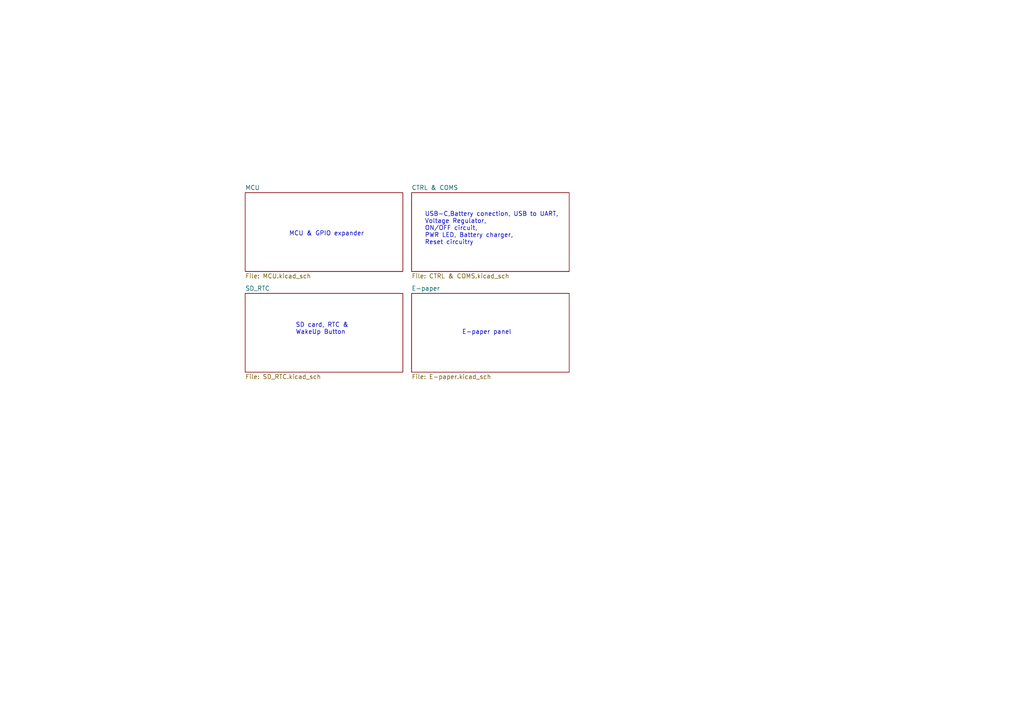
<source format=kicad_sch>
(kicad_sch (version 20211123) (generator eeschema)

  (uuid f9710143-5e61-4176-9b8d-5262d76780f4)

  (paper "A4")

  (title_block
    (title "Soldered Inkplate 6COLOR")
    (date "2023-07-24")
    (rev "V1.2.1.")
    (company "SOLDERED")
    (comment 1 "333238")
  )

  (lib_symbols
  )


  (text "MCU & GPIO expander" (at 83.82 68.58 0)
    (effects (font (size 1.27 1.27)) (justify left bottom))
    (uuid 42e6472e-3841-482e-a06f-9101980600e9)
  )
  (text "SD card, RTC &\nWakeUp Button" (at 85.725 97.155 0)
    (effects (font (size 1.27 1.27)) (justify left bottom))
    (uuid 47c741e3-0203-4a95-9903-fad9da2af957)
  )
  (text "USB-C,Battery conection, USB to UART,\nVoltage Regulator, \nON/OFF circuit, \nPWR LED, Battery charger,\nReset circuitry"
    (at 123.19 71.12 0)
    (effects (font (size 1.27 1.27)) (justify left bottom))
    (uuid 6e7270b1-4524-4015-8adb-ce5e9d8c9243)
  )
  (text "E-paper panel" (at 133.985 97.155 0)
    (effects (font (size 1.27 1.27)) (justify left bottom))
    (uuid da8e93cf-ea8c-470b-8a68-e9791b6f3bb5)
  )

  (sheet (at 71.12 55.88) (size 45.72 22.86) (fields_autoplaced)
    (stroke (width 0.1524) (type solid) (color 0 0 0 0))
    (fill (color 0 0 0 0.0000))
    (uuid 01569010-7037-422b-99aa-8f73e4311478)
    (property "Sheet name" "MCU" (id 0) (at 71.12 55.1684 0)
      (effects (font (size 1.27 1.27)) (justify left bottom))
    )
    (property "Sheet file" "MCU.kicad_sch" (id 1) (at 71.12 79.3246 0)
      (effects (font (size 1.27 1.27)) (justify left top))
    )
  )

  (sheet (at 119.38 55.88) (size 45.72 22.86) (fields_autoplaced)
    (stroke (width 0.1524) (type solid) (color 0 0 0 0))
    (fill (color 0 0 0 0.0000))
    (uuid 4eff1875-b9fe-4822-89f0-53be3730e4d0)
    (property "Sheet name" "CTRL & COMS" (id 0) (at 119.38 55.1684 0)
      (effects (font (size 1.27 1.27)) (justify left bottom))
    )
    (property "Sheet file" "CTRL & COMS.kicad_sch" (id 1) (at 119.38 79.3246 0)
      (effects (font (size 1.27 1.27)) (justify left top))
    )
  )

  (sheet (at 119.38 85.09) (size 45.72 22.86) (fields_autoplaced)
    (stroke (width 0.1524) (type solid) (color 0 0 0 0))
    (fill (color 0 0 0 0.0000))
    (uuid cf8334ea-9cb1-40b2-8c8f-c61ff679d66b)
    (property "Sheet name" "E-paper" (id 0) (at 119.38 84.3784 0)
      (effects (font (size 1.27 1.27)) (justify left bottom))
    )
    (property "Sheet file" "E-paper.kicad_sch" (id 1) (at 119.38 108.5346 0)
      (effects (font (size 1.27 1.27)) (justify left top))
    )
  )

  (sheet (at 71.12 85.09) (size 45.72 22.86) (fields_autoplaced)
    (stroke (width 0.1524) (type solid) (color 0 0 0 0))
    (fill (color 0 0 0 0.0000))
    (uuid f6b89a7e-7fde-4202-bca3-45b775fb5678)
    (property "Sheet name" "SD_RTC" (id 0) (at 71.12 84.3784 0)
      (effects (font (size 1.27 1.27)) (justify left bottom))
    )
    (property "Sheet file" "SD_RTC.kicad_sch" (id 1) (at 71.12 108.5346 0)
      (effects (font (size 1.27 1.27)) (justify left top))
    )
  )

  (sheet_instances
    (path "/" (page "1"))
    (path "/01569010-7037-422b-99aa-8f73e4311478" (page "2"))
    (path "/4eff1875-b9fe-4822-89f0-53be3730e4d0" (page "3"))
    (path "/f6b89a7e-7fde-4202-bca3-45b775fb5678" (page "4"))
    (path "/cf8334ea-9cb1-40b2-8c8f-c61ff679d66b" (page "5"))
  )

  (symbol_instances
    (path "/01569010-7037-422b-99aa-8f73e4311478/955a1e42-36a7-4ce2-ab85-861fc3f86533"
      (reference "#PWR0101") (unit 1) (value "GND") (footprint "")
    )
    (path "/01569010-7037-422b-99aa-8f73e4311478/8defcbd6-86c7-470f-a72a-464777f727e9"
      (reference "#PWR0102") (unit 1) (value "3V3") (footprint "")
    )
    (path "/01569010-7037-422b-99aa-8f73e4311478/ef9869c5-9267-417a-ac0a-f4181eda8807"
      (reference "#PWR0103") (unit 1) (value "GND") (footprint "")
    )
    (path "/01569010-7037-422b-99aa-8f73e4311478/f51c511d-b7c2-44ae-98f7-e79266cf0aaf"
      (reference "#PWR0104") (unit 1) (value "3V3") (footprint "")
    )
    (path "/01569010-7037-422b-99aa-8f73e4311478/801a92b2-1e26-4cb3-bd9c-afdde4f8577d"
      (reference "#PWR0105") (unit 1) (value "GND") (footprint "")
    )
    (path "/01569010-7037-422b-99aa-8f73e4311478/2b524f08-910f-46a3-bb1e-0ed2e1791eb8"
      (reference "#PWR0106") (unit 1) (value "GND") (footprint "")
    )
    (path "/01569010-7037-422b-99aa-8f73e4311478/b7cf7372-84df-4ad1-9f9d-15678d9ddea8"
      (reference "#PWR0107") (unit 1) (value "3V3") (footprint "")
    )
    (path "/01569010-7037-422b-99aa-8f73e4311478/ded61873-08b5-4436-85cd-ee727ea63a12"
      (reference "#PWR0108") (unit 1) (value "3V3") (footprint "")
    )
    (path "/01569010-7037-422b-99aa-8f73e4311478/4424ee4e-c10f-48f2-afd3-357d0a649447"
      (reference "#PWR0109") (unit 1) (value "GND") (footprint "")
    )
    (path "/01569010-7037-422b-99aa-8f73e4311478/02604272-82ab-4587-99cf-341b9c360a84"
      (reference "#PWR0110") (unit 1) (value "GND") (footprint "")
    )
    (path "/01569010-7037-422b-99aa-8f73e4311478/2f69c6dc-6fd3-4e8a-a8e8-270d97b781d9"
      (reference "#PWR0111") (unit 1) (value "VIN") (footprint "")
    )
    (path "/01569010-7037-422b-99aa-8f73e4311478/f6e3f7da-d896-4636-9c9a-f2d99955b868"
      (reference "#PWR0112") (unit 1) (value "VBAT") (footprint "")
    )
    (path "/01569010-7037-422b-99aa-8f73e4311478/82c5fc16-e0d3-4190-b2e3-ddacd974b951"
      (reference "#PWR0113") (unit 1) (value "GND") (footprint "")
    )
    (path "/01569010-7037-422b-99aa-8f73e4311478/be1dc278-a8eb-4775-8b6e-f3f229bdaeeb"
      (reference "#PWR0114") (unit 1) (value "GND") (footprint "")
    )
    (path "/4eff1875-b9fe-4822-89f0-53be3730e4d0/0c5b8d58-e78d-4129-a470-3d8cb25e3991"
      (reference "#PWR0115") (unit 1) (value "GND") (footprint "")
    )
    (path "/4eff1875-b9fe-4822-89f0-53be3730e4d0/a2220150-0a66-4ef0-a536-8560a708cba1"
      (reference "#PWR0116") (unit 1) (value "VBAT") (footprint "")
    )
    (path "/4eff1875-b9fe-4822-89f0-53be3730e4d0/fad712b9-4a1c-4719-9333-7151754b1514"
      (reference "#PWR0117") (unit 1) (value "VUSB") (footprint "")
    )
    (path "/4eff1875-b9fe-4822-89f0-53be3730e4d0/ddab94f4-c223-4362-8380-9c05c2282027"
      (reference "#PWR0118") (unit 1) (value "GND") (footprint "")
    )
    (path "/4eff1875-b9fe-4822-89f0-53be3730e4d0/58d11641-1522-42ac-a107-730ac47b6bea"
      (reference "#PWR0119") (unit 1) (value "GND") (footprint "")
    )
    (path "/4eff1875-b9fe-4822-89f0-53be3730e4d0/c5cfa599-3d71-4a2a-a876-c765b9f6ba9f"
      (reference "#PWR0120") (unit 1) (value "GND") (footprint "")
    )
    (path "/4eff1875-b9fe-4822-89f0-53be3730e4d0/a832fb6d-f59f-4ee7-a236-2659aedb69da"
      (reference "#PWR0121") (unit 1) (value "GND") (footprint "")
    )
    (path "/4eff1875-b9fe-4822-89f0-53be3730e4d0/763a7854-4b11-4a70-ab7e-023f3d566ddf"
      (reference "#PWR0122") (unit 1) (value "3V3") (footprint "")
    )
    (path "/4eff1875-b9fe-4822-89f0-53be3730e4d0/eefa62b0-7985-4153-9454-98c24aeb544a"
      (reference "#PWR0123") (unit 1) (value "GND") (footprint "")
    )
    (path "/4eff1875-b9fe-4822-89f0-53be3730e4d0/01dfe5d1-4936-4b5c-a2a8-bd0e7b8fa18c"
      (reference "#PWR0124") (unit 1) (value "VIN") (footprint "")
    )
    (path "/4eff1875-b9fe-4822-89f0-53be3730e4d0/40489a81-5a2e-4c5c-ae77-ab4aef95365f"
      (reference "#PWR0125") (unit 1) (value "VIN") (footprint "")
    )
    (path "/4eff1875-b9fe-4822-89f0-53be3730e4d0/1adb5de4-24a9-45d7-81f0-5bb173e17332"
      (reference "#PWR0126") (unit 1) (value "3V3") (footprint "")
    )
    (path "/4eff1875-b9fe-4822-89f0-53be3730e4d0/d7f01454-9b0e-4232-b8f0-2bac96cade60"
      (reference "#PWR0127") (unit 1) (value "GND") (footprint "")
    )
    (path "/4eff1875-b9fe-4822-89f0-53be3730e4d0/a094b983-07aa-4392-9dfb-b4d710b6a560"
      (reference "#PWR0128") (unit 1) (value "GND") (footprint "")
    )
    (path "/4eff1875-b9fe-4822-89f0-53be3730e4d0/1b0854d6-fa46-4cb4-a4fa-c1794ff3cf87"
      (reference "#PWR0129") (unit 1) (value "VIN") (footprint "")
    )
    (path "/4eff1875-b9fe-4822-89f0-53be3730e4d0/fd557b4e-f104-488c-8b07-13752db26567"
      (reference "#PWR0130") (unit 1) (value "GND") (footprint "")
    )
    (path "/4eff1875-b9fe-4822-89f0-53be3730e4d0/0c7924c8-eccf-49b4-b4fd-710e11e75cfa"
      (reference "#PWR0131") (unit 1) (value "VIN") (footprint "")
    )
    (path "/4eff1875-b9fe-4822-89f0-53be3730e4d0/16db732b-0439-43f9-9945-9a4604d2bd9e"
      (reference "#PWR0132") (unit 1) (value "3V3") (footprint "")
    )
    (path "/4eff1875-b9fe-4822-89f0-53be3730e4d0/4ff36ea0-0d7d-4e72-894e-6b90d1d732cb"
      (reference "#PWR0133") (unit 1) (value "3V3") (footprint "")
    )
    (path "/4eff1875-b9fe-4822-89f0-53be3730e4d0/ef3d3225-f8c0-4cf7-b19e-94a5529fa4b0"
      (reference "#PWR0134") (unit 1) (value "GND") (footprint "")
    )
    (path "/4eff1875-b9fe-4822-89f0-53be3730e4d0/4c598c50-0fc3-4625-af01-6fd386a9e9e3"
      (reference "#PWR0135") (unit 1) (value "GND") (footprint "")
    )
    (path "/4eff1875-b9fe-4822-89f0-53be3730e4d0/377d9319-e99c-45ff-b876-d9acc776ab88"
      (reference "#PWR0136") (unit 1) (value "GND") (footprint "")
    )
    (path "/4eff1875-b9fe-4822-89f0-53be3730e4d0/bab92b84-76c3-4248-b4f6-98d85c116c0c"
      (reference "#PWR0137") (unit 1) (value "3V3") (footprint "")
    )
    (path "/4eff1875-b9fe-4822-89f0-53be3730e4d0/a51eb52e-77a2-44be-9def-938b2cbbb179"
      (reference "#PWR0138") (unit 1) (value "3V3") (footprint "")
    )
    (path "/4eff1875-b9fe-4822-89f0-53be3730e4d0/56a2d53a-8f5c-4302-b12e-1ba4f58f4810"
      (reference "#PWR0139") (unit 1) (value "GND") (footprint "")
    )
    (path "/4eff1875-b9fe-4822-89f0-53be3730e4d0/77006533-935c-42d5-bb82-b566d6f4b83d"
      (reference "#PWR0140") (unit 1) (value "GND") (footprint "")
    )
    (path "/4eff1875-b9fe-4822-89f0-53be3730e4d0/456d773d-4920-44b0-83ee-5de02d6f9759"
      (reference "#PWR0141") (unit 1) (value "GND") (footprint "")
    )
    (path "/4eff1875-b9fe-4822-89f0-53be3730e4d0/2bb47684-24da-4e5d-959c-48293220adfa"
      (reference "#PWR0142") (unit 1) (value "GND") (footprint "")
    )
    (path "/4eff1875-b9fe-4822-89f0-53be3730e4d0/ca6df475-d436-4b15-9fc7-4777b53953da"
      (reference "#PWR0143") (unit 1) (value "GND") (footprint "")
    )
    (path "/4eff1875-b9fe-4822-89f0-53be3730e4d0/e4fd3c92-a17f-4c83-8bd0-31495d932785"
      (reference "#PWR0144") (unit 1) (value "GND") (footprint "")
    )
    (path "/4eff1875-b9fe-4822-89f0-53be3730e4d0/f3efb800-2dc9-4615-9e47-3910a4b319b7"
      (reference "#PWR0145") (unit 1) (value "GND") (footprint "")
    )
    (path "/4eff1875-b9fe-4822-89f0-53be3730e4d0/2a6d43fa-1644-4646-a7b2-810c6359f3c0"
      (reference "#PWR0146") (unit 1) (value "VBAT") (footprint "")
    )
    (path "/4eff1875-b9fe-4822-89f0-53be3730e4d0/599c0ff1-31f5-4f21-9d6f-a8ba0c884beb"
      (reference "#PWR0147") (unit 1) (value "GND") (footprint "")
    )
    (path "/4eff1875-b9fe-4822-89f0-53be3730e4d0/e8268536-dcc6-4884-9394-bd5f58243473"
      (reference "#PWR0148") (unit 1) (value "3V3") (footprint "")
    )
    (path "/4eff1875-b9fe-4822-89f0-53be3730e4d0/1aff67f4-711a-433f-9ec9-8a7e02bab070"
      (reference "#PWR0149") (unit 1) (value "VBAT") (footprint "")
    )
    (path "/4eff1875-b9fe-4822-89f0-53be3730e4d0/4671c63b-121c-42b4-a968-390c86938eb0"
      (reference "#PWR0150") (unit 1) (value "GND") (footprint "")
    )
    (path "/4eff1875-b9fe-4822-89f0-53be3730e4d0/864a0840-4f15-4643-afc9-897ce6450d5a"
      (reference "#PWR0151") (unit 1) (value "GND") (footprint "")
    )
    (path "/4eff1875-b9fe-4822-89f0-53be3730e4d0/824f07c6-5f57-4fc0-ba95-fc6da719c8f1"
      (reference "#PWR0152") (unit 1) (value "VUSB") (footprint "")
    )
    (path "/4eff1875-b9fe-4822-89f0-53be3730e4d0/dbdc4b63-75d4-4715-bf10-d372c20e2eca"
      (reference "#PWR0153") (unit 1) (value "VBAT") (footprint "")
    )
    (path "/4eff1875-b9fe-4822-89f0-53be3730e4d0/0ebffcb3-96dc-4722-92b8-a115b734b966"
      (reference "#PWR0154") (unit 1) (value "VUSB") (footprint "")
    )
    (path "/4eff1875-b9fe-4822-89f0-53be3730e4d0/654a2de1-859b-45db-920a-b2d1871d559d"
      (reference "#PWR0155") (unit 1) (value "VBAT") (footprint "")
    )
    (path "/4eff1875-b9fe-4822-89f0-53be3730e4d0/5e6b052e-05b4-4147-9fa8-81d3c7ba8ce2"
      (reference "#PWR0156") (unit 1) (value "GND") (footprint "")
    )
    (path "/4eff1875-b9fe-4822-89f0-53be3730e4d0/5f1ef864-837d-4fa6-8017-3cf6ed797535"
      (reference "#PWR0157") (unit 1) (value "VUSB") (footprint "")
    )
    (path "/4eff1875-b9fe-4822-89f0-53be3730e4d0/dd36a2f2-e8dd-4941-a7cb-33538160c36a"
      (reference "#PWR0158") (unit 1) (value "GND") (footprint "")
    )
    (path "/4eff1875-b9fe-4822-89f0-53be3730e4d0/8ad72b56-c8fd-4f36-a333-9d5c1fa339a6"
      (reference "#PWR0159") (unit 1) (value "GND") (footprint "")
    )
    (path "/4eff1875-b9fe-4822-89f0-53be3730e4d0/d66e5f44-855c-4f5d-af4a-2a57512b8859"
      (reference "#PWR0160") (unit 1) (value "GND") (footprint "")
    )
    (path "/4eff1875-b9fe-4822-89f0-53be3730e4d0/a7af4180-0257-4abf-8691-e83c0b2bb491"
      (reference "#PWR0161") (unit 1) (value "VUSB") (footprint "")
    )
    (path "/f6b89a7e-7fde-4202-bca3-45b775fb5678/05db9c4d-996c-4620-acba-6730227f9589"
      (reference "#PWR0162") (unit 1) (value "GND") (footprint "")
    )
    (path "/f6b89a7e-7fde-4202-bca3-45b775fb5678/8c8fb10e-fdb5-4c4b-a4ae-b8ad2f170dce"
      (reference "#PWR0163") (unit 1) (value "GND") (footprint "")
    )
    (path "/f6b89a7e-7fde-4202-bca3-45b775fb5678/623de102-5f61-4649-a9e1-472f300616a2"
      (reference "#PWR0164") (unit 1) (value "GND") (footprint "")
    )
    (path "/f6b89a7e-7fde-4202-bca3-45b775fb5678/d1b00025-22e3-4373-8576-ca8490e7c05f"
      (reference "#PWR0165") (unit 1) (value "GND") (footprint "")
    )
    (path "/f6b89a7e-7fde-4202-bca3-45b775fb5678/f87ff78e-db9e-4c5f-85b8-2ca4b01039d9"
      (reference "#PWR0166") (unit 1) (value "GND") (footprint "")
    )
    (path "/f6b89a7e-7fde-4202-bca3-45b775fb5678/b3d019b5-fff7-40b8-9536-5352e911f9c8"
      (reference "#PWR0167") (unit 1) (value "GND") (footprint "")
    )
    (path "/f6b89a7e-7fde-4202-bca3-45b775fb5678/f20f8f0d-b450-42a3-bbd3-8ee159c3d518"
      (reference "#PWR0168") (unit 1) (value "3V3") (footprint "")
    )
    (path "/f6b89a7e-7fde-4202-bca3-45b775fb5678/d0553919-b96c-4924-9e46-dee565e50a32"
      (reference "#PWR0169") (unit 1) (value "GND") (footprint "")
    )
    (path "/f6b89a7e-7fde-4202-bca3-45b775fb5678/3b6ab42f-7984-4228-8d0e-04fe6fd8c04c"
      (reference "#PWR0170") (unit 1) (value "3V3") (footprint "")
    )
    (path "/f6b89a7e-7fde-4202-bca3-45b775fb5678/c4642dcf-0fe7-4829-8298-189a2f6ea65d"
      (reference "#PWR0171") (unit 1) (value "3V3") (footprint "")
    )
    (path "/f6b89a7e-7fde-4202-bca3-45b775fb5678/2bae844f-4be9-416b-8f65-fef8d3d1ee22"
      (reference "#PWR0172") (unit 1) (value "3V3") (footprint "")
    )
    (path "/cf8334ea-9cb1-40b2-8c8f-c61ff679d66b/6ff509ef-1589-439d-9716-db07419df349"
      (reference "#PWR0173") (unit 1) (value "GND") (footprint "")
    )
    (path "/cf8334ea-9cb1-40b2-8c8f-c61ff679d66b/049ae8c5-0653-4966-b8d3-b54f90db323a"
      (reference "#PWR0174") (unit 1) (value "GND") (footprint "")
    )
    (path "/cf8334ea-9cb1-40b2-8c8f-c61ff679d66b/b9216429-27ba-4ce7-bce3-88948b266b29"
      (reference "#PWR0175") (unit 1) (value "GND") (footprint "")
    )
    (path "/cf8334ea-9cb1-40b2-8c8f-c61ff679d66b/7a5415e3-9848-41b2-b2b0-52e1f58bb3c1"
      (reference "#PWR0176") (unit 1) (value "GND") (footprint "")
    )
    (path "/cf8334ea-9cb1-40b2-8c8f-c61ff679d66b/07ccf778-94c0-4191-902c-b48bf289dbb6"
      (reference "#PWR0177") (unit 1) (value "GND") (footprint "")
    )
    (path "/cf8334ea-9cb1-40b2-8c8f-c61ff679d66b/852480ec-5760-4764-9001-b390df968894"
      (reference "#PWR0178") (unit 1) (value "GND") (footprint "")
    )
    (path "/cf8334ea-9cb1-40b2-8c8f-c61ff679d66b/6390ca43-052e-482c-9473-b7f0f8e63b7f"
      (reference "#PWR0179") (unit 1) (value "GND") (footprint "")
    )
    (path "/cf8334ea-9cb1-40b2-8c8f-c61ff679d66b/1c7ed42c-9657-4f4d-a74e-74efd8e93c4f"
      (reference "#PWR0180") (unit 1) (value "GND") (footprint "")
    )
    (path "/cf8334ea-9cb1-40b2-8c8f-c61ff679d66b/a4c403b3-8d41-4ff0-8df0-4b2663f1a7dd"
      (reference "#PWR0181") (unit 1) (value "GND") (footprint "")
    )
    (path "/cf8334ea-9cb1-40b2-8c8f-c61ff679d66b/4b2bcbe2-d69f-447d-9630-1c3a6868477f"
      (reference "#PWR0182") (unit 1) (value "3V3") (footprint "")
    )
    (path "/cf8334ea-9cb1-40b2-8c8f-c61ff679d66b/17d6b1d9-77dc-4d2f-b8f3-33d5a55bcc4c"
      (reference "#PWR0183") (unit 1) (value "GND") (footprint "")
    )
    (path "/cf8334ea-9cb1-40b2-8c8f-c61ff679d66b/c1f2c67e-498b-4c93-960c-d3bdaded1802"
      (reference "#PWR0184") (unit 1) (value "GND") (footprint "")
    )
    (path "/cf8334ea-9cb1-40b2-8c8f-c61ff679d66b/4dd3c517-c69a-4960-9fe2-513ff003e08b"
      (reference "#PWR0185") (unit 1) (value "GND") (footprint "")
    )
    (path "/cf8334ea-9cb1-40b2-8c8f-c61ff679d66b/b4a9f87c-5649-4d2d-a740-9212210a0861"
      (reference "#PWR0186") (unit 1) (value "GND") (footprint "")
    )
    (path "/cf8334ea-9cb1-40b2-8c8f-c61ff679d66b/de3445b9-66b1-47c1-855f-df4262b89cb5"
      (reference "#PWR0187") (unit 1) (value "GND") (footprint "")
    )
    (path "/cf8334ea-9cb1-40b2-8c8f-c61ff679d66b/436267dd-f161-4062-81d5-04ccfa4b9c6c"
      (reference "#PWR0188") (unit 1) (value "GND") (footprint "")
    )
    (path "/cf8334ea-9cb1-40b2-8c8f-c61ff679d66b/5fe507ad-37c1-4271-9907-1bbd25fb5f52"
      (reference "#PWR0189") (unit 1) (value "GND") (footprint "")
    )
    (path "/cf8334ea-9cb1-40b2-8c8f-c61ff679d66b/bdaa78b0-aeef-4562-9025-15b0c9d0f3cc"
      (reference "#PWR0190") (unit 1) (value "GND") (footprint "")
    )
    (path "/4eff1875-b9fe-4822-89f0-53be3730e4d0/ea4aa480-a168-48e2-8ec7-e14b0f3a38cc"
      (reference "#PWR0191") (unit 1) (value "GND") (footprint "")
    )
    (path "/01569010-7037-422b-99aa-8f73e4311478/2d2e7c2d-b5bf-4a0f-a1e9-0a5ce5ba3d4b"
      (reference "#PWR0192") (unit 1) (value "3V3") (footprint "")
    )
    (path "/01569010-7037-422b-99aa-8f73e4311478/167eb950-119d-4ded-8969-140d7c5ffc30"
      (reference "#PWR0193") (unit 1) (value "GND") (footprint "")
    )
    (path "/01569010-7037-422b-99aa-8f73e4311478/65643f6d-a9e1-4997-88cf-a54eab810308"
      (reference "#PWR0194") (unit 1) (value "GND") (footprint "")
    )
    (path "/01569010-7037-422b-99aa-8f73e4311478/7ff0c5d3-ff7b-43e3-b7c5-67fd117c3705"
      (reference "#PWR0195") (unit 1) (value "3V3") (footprint "")
    )
    (path "/01569010-7037-422b-99aa-8f73e4311478/fe518ce5-0d8c-4db5-b8a2-1b2731873e10"
      (reference "#PWR0196") (unit 1) (value "3V3") (footprint "")
    )
    (path "/f6b89a7e-7fde-4202-bca3-45b775fb5678/c31926da-d358-4bed-8f8a-f78722a1ad4a"
      (reference "#PWR0197") (unit 1) (value "3V3") (footprint "")
    )
    (path "/01569010-7037-422b-99aa-8f73e4311478/bd79abf3-e022-4f77-9ae6-1c1cb39ac9e3"
      (reference "C1") (unit 1) (value "10u") (footprint "e-radionica.com footprinti:1206C")
    )
    (path "/01569010-7037-422b-99aa-8f73e4311478/2f322976-9ebd-4ec0-aafb-a3a79a8a65e6"
      (reference "C2") (unit 1) (value "2u2") (footprint "e-radionica.com footprinti:0603C")
    )
    (path "/01569010-7037-422b-99aa-8f73e4311478/594147db-1dde-4ab1-8abe-033a4624fb8e"
      (reference "C3") (unit 1) (value "100n") (footprint "e-radionica.com footprinti:0603C")
    )
    (path "/01569010-7037-422b-99aa-8f73e4311478/90ae595b-1634-478e-83f9-2015247e0c27"
      (reference "C4") (unit 1) (value "100n") (footprint "e-radionica.com footprinti:0603C")
    )
    (path "/01569010-7037-422b-99aa-8f73e4311478/e2e52ca2-78bc-456b-8607-999303a3bec7"
      (reference "C5") (unit 1) (value "100n") (footprint "e-radionica.com footprinti:0603C")
    )
    (path "/01569010-7037-422b-99aa-8f73e4311478/be8f99b0-df3b-4ee1-96d8-50a22c82df1e"
      (reference "C6") (unit 1) (value "DNP") (footprint "e-radionica.com footprinti:2917C")
    )
    (path "/4eff1875-b9fe-4822-89f0-53be3730e4d0/7381387a-a1d9-4d72-992e-7db73796afb3"
      (reference "C7") (unit 1) (value "100n") (footprint "e-radionica.com footprinti:0603C")
    )
    (path "/4eff1875-b9fe-4822-89f0-53be3730e4d0/eb33b3f4-be1d-4232-9cc6-15e8d3a203ee"
      (reference "C8") (unit 1) (value "10u") (footprint "e-radionica.com footprinti:1206C")
    )
    (path "/4eff1875-b9fe-4822-89f0-53be3730e4d0/90995982-655b-4296-b181-8349cabaea99"
      (reference "C9") (unit 1) (value "100n") (footprint "e-radionica.com footprinti:0603C")
    )
    (path "/4eff1875-b9fe-4822-89f0-53be3730e4d0/68082be1-824e-4666-94d1-7f8580809310"
      (reference "C10") (unit 1) (value "100n") (footprint "e-radionica.com footprinti:0603C")
    )
    (path "/4eff1875-b9fe-4822-89f0-53be3730e4d0/0ecf9e04-6c55-4a4d-b4e8-8b3c906e6141"
      (reference "C11") (unit 1) (value "DNP") (footprint "e-radionica.com footprinti:2917C")
    )
    (path "/4eff1875-b9fe-4822-89f0-53be3730e4d0/c9475ea5-5c4b-4588-bf42-3b19dbf9aa7b"
      (reference "C12") (unit 1) (value "2u2") (footprint "e-radionica.com footprinti:0603C")
    )
    (path "/4eff1875-b9fe-4822-89f0-53be3730e4d0/e90b294d-b813-4ca1-b476-6f8d299534fe"
      (reference "C13") (unit 1) (value "2u2") (footprint "e-radionica.com footprinti:0603C")
    )
    (path "/4eff1875-b9fe-4822-89f0-53be3730e4d0/89cfece5-dbfa-4007-8ead-1ee50ef81f3b"
      (reference "C14") (unit 1) (value "10u") (footprint "e-radionica.com footprinti:1206C")
    )
    (path "/4eff1875-b9fe-4822-89f0-53be3730e4d0/e4da6bb8-2af4-4a9a-8e1c-4d3af04a2dfc"
      (reference "C15") (unit 1) (value "2u2") (footprint "e-radionica.com footprinti:0603C")
    )
    (path "/4eff1875-b9fe-4822-89f0-53be3730e4d0/364235b2-4972-49a6-a8a3-70343689325c"
      (reference "C16") (unit 1) (value "100n") (footprint "e-radionica.com footprinti:0603C")
    )
    (path "/4eff1875-b9fe-4822-89f0-53be3730e4d0/34a4b9bb-7e51-4950-a63b-b81e6d058f38"
      (reference "C17") (unit 1) (value "100n") (footprint "e-radionica.com footprinti:0603C")
    )
    (path "/4eff1875-b9fe-4822-89f0-53be3730e4d0/5fe19ee2-3805-4f7f-8338-35e3f020f826"
      (reference "C18") (unit 1) (value "2u2") (footprint "e-radionica.com footprinti:0603C")
    )
    (path "/4eff1875-b9fe-4822-89f0-53be3730e4d0/9a2db3da-af2d-48ef-91f4-463653d9fdf2"
      (reference "C19") (unit 1) (value "100n") (footprint "e-radionica.com footprinti:0603C")
    )
    (path "/4eff1875-b9fe-4822-89f0-53be3730e4d0/75dc5adf-3208-4e5a-b042-1a89850455ec"
      (reference "C20") (unit 1) (value "100n") (footprint "e-radionica.com footprinti:0603C")
    )
    (path "/f6b89a7e-7fde-4202-bca3-45b775fb5678/e98d75c3-fa46-4844-a24a-79f38b7d1e3b"
      (reference "C21") (unit 1) (value "DNP") (footprint "e-radionica.com footprinti:0603C")
    )
    (path "/f6b89a7e-7fde-4202-bca3-45b775fb5678/e379247a-7c51-4094-9a8c-3b8a6d5322fb"
      (reference "C22") (unit 1) (value "DNP") (footprint "e-radionica.com footprinti:0603C")
    )
    (path "/f6b89a7e-7fde-4202-bca3-45b775fb5678/9d6b6cd3-6202-4fd5-85d9-478d6dfd3e69"
      (reference "C23") (unit 1) (value "100n") (footprint "e-radionica.com footprinti:0603C")
    )
    (path "/f6b89a7e-7fde-4202-bca3-45b775fb5678/f5998484-f41a-48e7-8804-795b83076e1e"
      (reference "C24") (unit 1) (value "2u2") (footprint "e-radionica.com footprinti:0603C")
    )
    (path "/f6b89a7e-7fde-4202-bca3-45b775fb5678/3e48b010-df9e-47f3-8165-823324aab1a9"
      (reference "C25") (unit 1) (value "100n") (footprint "e-radionica.com footprinti:0603C")
    )
    (path "/f6b89a7e-7fde-4202-bca3-45b775fb5678/c282ec10-f481-469a-ac03-58e103e6eb2c"
      (reference "C26") (unit 1) (value "100n") (footprint "e-radionica.com footprinti:0603C")
    )
    (path "/cf8334ea-9cb1-40b2-8c8f-c61ff679d66b/501d4910-c0a4-480e-8f0c-2029bfff7ec7"
      (reference "C27") (unit 1) (value "885012206075") (footprint "e-radionica.com footprinti:0603C")
    )
    (path "/cf8334ea-9cb1-40b2-8c8f-c61ff679d66b/9acd7964-34f4-4090-91fc-f46689869bd8"
      (reference "C28") (unit 1) (value "GRM188C81E475KE11J") (footprint "e-radionica.com footprinti:0603C")
    )
    (path "/cf8334ea-9cb1-40b2-8c8f-c61ff679d66b/967157a6-4cf4-4bf5-b788-55c81b6c831d"
      (reference "C29") (unit 1) (value "GRM188C81E475KE11J") (footprint "e-radionica.com footprinti:0603C")
    )
    (path "/cf8334ea-9cb1-40b2-8c8f-c61ff679d66b/4fec3743-f918-4f0b-a596-543146a3aed9"
      (reference "C30") (unit 1) (value "GRM188C81E475KE11J") (footprint "e-radionica.com footprinti:0603C")
    )
    (path "/cf8334ea-9cb1-40b2-8c8f-c61ff679d66b/c0e702c5-ae75-465e-a459-c227821c38d6"
      (reference "C31") (unit 1) (value "GMK107BJ105KAHT") (footprint "e-radionica.com footprinti:0603C")
    )
    (path "/cf8334ea-9cb1-40b2-8c8f-c61ff679d66b/f5057521-31cf-4c0c-96e1-d24149ea90e7"
      (reference "C32") (unit 1) (value "GRM188C81E475KE11J") (footprint "e-radionica.com footprinti:0603C")
    )
    (path "/cf8334ea-9cb1-40b2-8c8f-c61ff679d66b/47cb3a3f-cd69-4b2b-8ad5-7976bd59ebaa"
      (reference "C33") (unit 1) (value "GRM188C81E475KE11J") (footprint "e-radionica.com footprinti:0603C")
    )
    (path "/cf8334ea-9cb1-40b2-8c8f-c61ff679d66b/5d94337b-a255-4867-a20e-ae9aa94ee44f"
      (reference "C34") (unit 1) (value "GRM188C81E475KE11J") (footprint "e-radionica.com footprinti:0603C")
    )
    (path "/cf8334ea-9cb1-40b2-8c8f-c61ff679d66b/e1108583-6a3a-4cc1-852c-a3d37fad7647"
      (reference "C35") (unit 1) (value "GRM188C81E475KE11J") (footprint "e-radionica.com footprinti:0603C")
    )
    (path "/cf8334ea-9cb1-40b2-8c8f-c61ff679d66b/141ac835-ca99-419c-9f92-2e201c500ee7"
      (reference "C36") (unit 1) (value "GRM21BR61H106KE43L") (footprint "e-radionica.com footprinti:0805C")
    )
    (path "/cf8334ea-9cb1-40b2-8c8f-c61ff679d66b/4e504429-4d8b-423d-970e-b178d8eeaa1c"
      (reference "C37") (unit 1) (value "GMK107BJ105KAHT") (footprint "e-radionica.com footprinti:0603C")
    )
    (path "/cf8334ea-9cb1-40b2-8c8f-c61ff679d66b/4168867c-a4a6-4f62-88c5-1cde89d45e25"
      (reference "C38") (unit 1) (value "UMK212BBJ475KG") (footprint "e-radionica.com footprinti:0805C")
    )
    (path "/cf8334ea-9cb1-40b2-8c8f-c61ff679d66b/1364dea6-dea1-40b1-8804-c7f45a863493"
      (reference "C39") (unit 1) (value "GMK107BJ105KAHT") (footprint "e-radionica.com footprinti:0603C")
    )
    (path "/cf8334ea-9cb1-40b2-8c8f-c61ff679d66b/4dfc4d36-bf3f-49de-ad27-5439409314fe"
      (reference "C40") (unit 1) (value "GMK107BJ105KAHT") (footprint "e-radionica.com footprinti:0603C")
    )
    (path "/4eff1875-b9fe-4822-89f0-53be3730e4d0/f2bb184d-3c63-42d9-8896-e3bf7c0af47b"
      (reference "D1") (unit 1) (value "RED") (footprint "e-radionica.com footprinti:0402LED")
    )
    (path "/4eff1875-b9fe-4822-89f0-53be3730e4d0/ff1a89f8-78ab-4085-974a-c6a801239e48"
      (reference "D2") (unit 1) (value "0603LED_SIDE") (footprint "e-radionica.com footprinti:LTST-S270GKT")
    )
    (path "/4eff1875-b9fe-4822-89f0-53be3730e4d0/89518961-1e10-43a5-acb3-b9eeb0a2c318"
      (reference "D3") (unit 1) (value "BAT20J") (footprint "e-radionica.com footprinti:SOD-323")
    )
    (path "/f6b89a7e-7fde-4202-bca3-45b775fb5678/72b7ca66-7e14-46da-8bfe-eb1149549fce"
      (reference "D4") (unit 1) (value "M4_DIODA") (footprint "e-radionica.com footprinti:M4_DIODA")
    )
    (path "/f6b89a7e-7fde-4202-bca3-45b775fb5678/9771d4ed-8840-40a0-b3c3-761d112fe2d8"
      (reference "D5") (unit 1) (value "M4_DIODA") (footprint "e-radionica.com footprinti:M4_DIODA")
    )
    (path "/cf8334ea-9cb1-40b2-8c8f-c61ff679d66b/c59eca27-239a-415f-9aa3-ec409abf1b15"
      (reference "D6") (unit 1) (value "MBR0530(C77336)") (footprint "e-radionica.com footprinti:SOD−123")
    )
    (path "/cf8334ea-9cb1-40b2-8c8f-c61ff679d66b/e9434238-c9ff-485e-8a2d-8a09b7494d9b"
      (reference "D7") (unit 1) (value "MBR0530(C77336)") (footprint "e-radionica.com footprinti:SOD−123")
    )
    (path "/cf8334ea-9cb1-40b2-8c8f-c61ff679d66b/0fe1e180-0657-4462-b092-1839f7a14832"
      (reference "D8") (unit 1) (value "MBR0530(C77336)") (footprint "e-radionica.com footprinti:SOD−123")
    )
    (path "/4eff1875-b9fe-4822-89f0-53be3730e4d0/1162fe55-90ee-4dba-ab19-91e8e3c08c6a"
      (reference "F1") (unit 1) (value "1206FUSE-500mA") (footprint "e-radionica.com footprinti:1206FUSE")
    )
    (path "/01569010-7037-422b-99aa-8f73e4311478/97d1869c-c55f-4561-9e68-51d9435b4d49"
      (reference "FD1") (unit 1) (value "FIDUCIAL") (footprint "e-radionica.com footprinti:FIDUCIAL_23")
    )
    (path "/01569010-7037-422b-99aa-8f73e4311478/cbd4ca51-2b32-4e2c-861c-0f6c15c80f71"
      (reference "FD2") (unit 1) (value "FIDUCIAL") (footprint "e-radionica.com footprinti:FIDUCIAL_23")
    )
    (path "/01569010-7037-422b-99aa-8f73e4311478/f7472940-94ec-476f-8782-5ec68c303131"
      (reference "H1") (unit 1) (value "Standoff_M3") (footprint "e-radionica.com footprinti:Standoff_M3")
    )
    (path "/01569010-7037-422b-99aa-8f73e4311478/19ea3164-8f71-4468-93f7-517464d4594a"
      (reference "H2") (unit 1) (value "Standoff_M3") (footprint "e-radionica.com footprinti:Standoff_M3")
    )
    (path "/01569010-7037-422b-99aa-8f73e4311478/f426da63-185d-4e6a-bdc1-69afecf0db11"
      (reference "H3") (unit 1) (value "Standoff_M3") (footprint "e-radionica.com footprinti:Standoff_M3")
    )
    (path "/01569010-7037-422b-99aa-8f73e4311478/772441f4-634f-4b2c-a07f-78b4f0eff649"
      (reference "H4") (unit 1) (value "Standoff_M3") (footprint "e-radionica.com footprinti:Standoff_M3")
    )
    (path "/01569010-7037-422b-99aa-8f73e4311478/2a0145f3-2ea5-488f-943e-db69f10307a4"
      (reference "JP1") (unit 1) (value "SMD_JUMPER_3_PAD_CONNECTED_LEFT_TRACE") (footprint "e-radionica.com footprinti:SMD_JUMPER_3_PAD_CONNECTED_LEFT_TRACE")
    )
    (path "/01569010-7037-422b-99aa-8f73e4311478/1618e367-c115-4f19-b83a-639b9423fcda"
      (reference "JP2") (unit 1) (value "SMD_JUMPER_3_PAD_CONNECTED_LEFT_TRACE") (footprint "e-radionica.com footprinti:SMD_JUMPER_3_PAD_CONNECTED_LEFT_TRACE")
    )
    (path "/01569010-7037-422b-99aa-8f73e4311478/37eb7bf9-6047-419b-8d6c-e784775f793e"
      (reference "JP3") (unit 1) (value "SMD_JUMPER_3_PAD_CONNECTED_LEFT_TRACE") (footprint "e-radionica.com footprinti:SMD_JUMPER_3_PAD_CONNECTED_LEFT_TRACE")
    )
    (path "/f6b89a7e-7fde-4202-bca3-45b775fb5678/6d0ca36c-e1e4-4efe-b2e4-5bdf2065e4d1"
      (reference "JP4") (unit 1) (value "SMD_JUMPER") (footprint "e-radionica.com footprinti:SMD_JUMPER")
    )
    (path "/f6b89a7e-7fde-4202-bca3-45b775fb5678/760f94ad-30f5-4b39-b9d6-8fbd9e9ef21e"
      (reference "JP5") (unit 1) (value "SMD_JUMPER_3_PAD_CONNECTED_LEFT_TRACE") (footprint "e-radionica.com footprinti:SMD_JUMPER_3_PAD_CONNECTED_LEFT_TRACE")
    )
    (path "/f6b89a7e-7fde-4202-bca3-45b775fb5678/20810070-bcc3-4c62-bbb8-9829807222b2"
      (reference "JP6") (unit 1) (value "SMD_JUMPER_3_PAD_CONNECTED_LEFT_TRACE") (footprint "e-radionica.com footprinti:SMD_JUMPER_3_PAD_CONNECTED_LEFT_TRACE")
    )
    (path "/01569010-7037-422b-99aa-8f73e4311478/6a486c04-c0ec-4b65-9d17-496390ea9182"
      (reference "K1") (unit 1) (value "HEADER_MALE_1X1_Inkplate") (footprint "e-radionica.com footprinti:HEADER_MALE_1X1_Inkplate")
    )
    (path "/01569010-7037-422b-99aa-8f73e4311478/da44d5f9-0fc2-465f-b7c1-ed5b7e3b502a"
      (reference "K2") (unit 1) (value "HEADER_MALE_1X1_Inkplate") (footprint "e-radionica.com footprinti:HEADER_MALE_1X1_Inkplate")
    )
    (path "/01569010-7037-422b-99aa-8f73e4311478/ccdc8f01-071b-4e62-8ed9-f46ec2c04a6b"
      (reference "K3") (unit 1) (value "HEADER_MALE_1X1_Inkplate") (footprint "e-radionica.com footprinti:HEADER_MALE_1X1_Inkplate")
    )
    (path "/01569010-7037-422b-99aa-8f73e4311478/4fc6bd7c-efe2-408d-84ab-eeca41a1a40b"
      (reference "K4") (unit 1) (value "HEADER_MALE_1X1_Inkplate") (footprint "e-radionica.com footprinti:HEADER_MALE_1X1_Inkplate")
    )
    (path "/01569010-7037-422b-99aa-8f73e4311478/34f70da8-61d7-4ae9-b520-751388cca03a"
      (reference "K5") (unit 1) (value "HEADER_MALE_1X1_Inkplate") (footprint "e-radionica.com footprinti:HEADER_MALE_1X1_Inkplate")
    )
    (path "/01569010-7037-422b-99aa-8f73e4311478/8a9e548f-4c2b-440f-a841-92d79bd073c5"
      (reference "K6") (unit 1) (value "HEADER_MALE_1X1_Inkplate") (footprint "e-radionica.com footprinti:HEADER_MALE_1X1_Inkplate")
    )
    (path "/01569010-7037-422b-99aa-8f73e4311478/cb7f523c-8d1d-4de3-ba99-9ab8b9972ebf"
      (reference "K7") (unit 1) (value "HEADER_MALE_1X1_Inkplate") (footprint "e-radionica.com footprinti:HEADER_MALE_1X1_Inkplate")
    )
    (path "/01569010-7037-422b-99aa-8f73e4311478/3912d6d6-0d30-4fbb-a72c-605e4dd1d223"
      (reference "K8") (unit 1) (value "HEADER_MALE_1X1_Inkplate") (footprint "e-radionica.com footprinti:HEADER_MALE_1X1_Inkplate")
    )
    (path "/01569010-7037-422b-99aa-8f73e4311478/b34cc013-a4d4-418e-83dc-471c414ab4cb"
      (reference "K9") (unit 1) (value "HEADER_MALE_1X1_Inkplate") (footprint "e-radionica.com footprinti:HEADER_MALE_1X1_Inkplate")
    )
    (path "/01569010-7037-422b-99aa-8f73e4311478/e104b94d-8e43-4891-877e-e72d0e1c417a"
      (reference "K10") (unit 1) (value "HEADER_MALE_1X1_Inkplate") (footprint "e-radionica.com footprinti:HEADER_MALE_1X1_Inkplate")
    )
    (path "/01569010-7037-422b-99aa-8f73e4311478/b324526f-39a4-499d-84bd-676c1dcd0c37"
      (reference "K11") (unit 1) (value "HEADER_MALE_1X1_Inkplate") (footprint "e-radionica.com footprinti:HEADER_MALE_1X1_Inkplate")
    )
    (path "/01569010-7037-422b-99aa-8f73e4311478/d1bbc68d-10ef-46d6-a5e4-6a759c3800fa"
      (reference "K12") (unit 1) (value "HEADER_MALE_1X1_Inkplate") (footprint "e-radionica.com footprinti:HEADER_MALE_1X1_Inkplate")
    )
    (path "/01569010-7037-422b-99aa-8f73e4311478/241f4fde-0847-4bf2-8703-b5a50a2cdef8"
      (reference "K13") (unit 1) (value "HEADER_MALE_1X1_Inkplate") (footprint "e-radionica.com footprinti:HEADER_MALE_1X1_Inkplate")
    )
    (path "/01569010-7037-422b-99aa-8f73e4311478/780b4118-a7e7-4e05-828c-aa4a4fcd297e"
      (reference "K14") (unit 1) (value "HEADER_MALE_1X1_Inkplate") (footprint "e-radionica.com footprinti:HEADER_MALE_1X1_Inkplate")
    )
    (path "/01569010-7037-422b-99aa-8f73e4311478/ddfd07ca-a1f8-48d3-8714-b14e59c94c4c"
      (reference "K15") (unit 1) (value "HEADER_MALE_1X1_Inkplate") (footprint "e-radionica.com footprinti:HEADER_MALE_1X1_Inkplate")
    )
    (path "/01569010-7037-422b-99aa-8f73e4311478/877710d6-3b91-4902-8f6c-986e1d2aea3c"
      (reference "K16") (unit 1) (value "HEADER_MALE_1X1_Inkplate") (footprint "e-radionica.com footprinti:HEADER_MALE_1X1_Inkplate")
    )
    (path "/01569010-7037-422b-99aa-8f73e4311478/dd259b6f-650d-49bb-8c7a-95b8da81140f"
      (reference "K17") (unit 1) (value "HEADER_MALE_1X1_Inkplate") (footprint "e-radionica.com footprinti:HEADER_MALE_1X1_Inkplate")
    )
    (path "/01569010-7037-422b-99aa-8f73e4311478/ece3fdb0-03b8-4287-8f99-8109e47b1b4d"
      (reference "K18") (unit 1) (value "HEADER_MALE_1X1_Inkplate") (footprint "e-radionica.com footprinti:HEADER_MALE_1X1_Inkplate")
    )
    (path "/01569010-7037-422b-99aa-8f73e4311478/82fe8f33-9bcf-4b81-808e-f35e1cbdbde2"
      (reference "K19") (unit 1) (value "HEADER_MALE_1X1_Inkplate") (footprint "e-radionica.com footprinti:HEADER_MALE_1X1_Inkplate")
    )
    (path "/01569010-7037-422b-99aa-8f73e4311478/e26ae74f-cd74-4847-be3a-14e2a6dfaec9"
      (reference "K20") (unit 1) (value "HEADER_MALE_1X1_Inkplate") (footprint "e-radionica.com footprinti:HEADER_MALE_1X1_Inkplate")
    )
    (path "/01569010-7037-422b-99aa-8f73e4311478/49e8e7c0-6978-4c62-8c73-5e4e14bca074"
      (reference "K21") (unit 1) (value "HEADER_MALE_1X1_Inkplate") (footprint "e-radionica.com footprinti:HEADER_MALE_1X1_Inkplate")
    )
    (path "/01569010-7037-422b-99aa-8f73e4311478/f9db93e6-0b37-461d-8296-4bf87155b27e"
      (reference "K22") (unit 1) (value "HEADER_MALE_1X1_Inkplate") (footprint "e-radionica.com footprinti:HEADER_MALE_1X1_Inkplate")
    )
    (path "/01569010-7037-422b-99aa-8f73e4311478/79bd4742-bcb5-43b3-95e1-086e043814b8"
      (reference "K23") (unit 1) (value "HEADER_MALE_1X1_Inkplate") (footprint "e-radionica.com footprinti:HEADER_MALE_1X1_Inkplate")
    )
    (path "/01569010-7037-422b-99aa-8f73e4311478/6274520e-3451-4fa2-b0ec-9066a34ba374"
      (reference "K24") (unit 1) (value "HEADER_MALE_1X1_Inkplate") (footprint "e-radionica.com footprinti:HEADER_MALE_1X1_Inkplate")
    )
    (path "/01569010-7037-422b-99aa-8f73e4311478/3a63b53b-24ed-49e2-a0f9-2368880b4935"
      (reference "K25") (unit 1) (value "HEADER_MALE_1X1_Inkplate") (footprint "e-radionica.com footprinti:HEADER_MALE_1X1_Inkplate")
    )
    (path "/01569010-7037-422b-99aa-8f73e4311478/e9f0a0b9-3681-4619-8f95-48da7d53e687"
      (reference "K26") (unit 1) (value "HEADER_MALE_1X1_Inkplate") (footprint "e-radionica.com footprinti:HEADER_MALE_1X1_Inkplate")
    )
    (path "/01569010-7037-422b-99aa-8f73e4311478/b257d755-ce93-4b1b-8165-d9a358728903"
      (reference "K27") (unit 1) (value "HEADER_MALE_1X1_Inkplate") (footprint "e-radionica.com footprinti:HEADER_MALE_1X1_Inkplate")
    )
    (path "/01569010-7037-422b-99aa-8f73e4311478/9b4b9cc3-d9aa-471b-a178-9c7b21f6999b"
      (reference "K28") (unit 1) (value "HEADER_MALE_1X1_Inkplate") (footprint "e-radionica.com footprinti:HEADER_MALE_1X1_Inkplate")
    )
    (path "/01569010-7037-422b-99aa-8f73e4311478/9f1bdf13-aa85-4dde-bc9a-cd791e1b09d4"
      (reference "K29") (unit 1) (value "HEADER_MALE_1X1_Inkplate") (footprint "e-radionica.com footprinti:HEADER_MALE_1X1_Inkplate")
    )
    (path "/01569010-7037-422b-99aa-8f73e4311478/0287579e-921b-48ef-ae75-a0e551175452"
      (reference "K30") (unit 1) (value "HEADER_MALE_1X1_Inkplate") (footprint "e-radionica.com footprinti:HEADER_MALE_1X1_Inkplate")
    )
    (path "/01569010-7037-422b-99aa-8f73e4311478/257c900f-2099-458f-bfb4-ec59c759606b"
      (reference "K31") (unit 1) (value "HEADER_MALE_1X1_Inkplate") (footprint "e-radionica.com footprinti:HEADER_MALE_1X1_Inkplate")
    )
    (path "/01569010-7037-422b-99aa-8f73e4311478/0f03157a-afb3-4b07-aaaf-4c3e29d5c9b8"
      (reference "K32") (unit 1) (value "HEADER_MALE_1X1_Inkplate") (footprint "e-radionica.com footprinti:HEADER_MALE_1X1_Inkplate")
    )
    (path "/01569010-7037-422b-99aa-8f73e4311478/498bb787-5537-47c1-8d85-aa9e4e122bc7"
      (reference "K33") (unit 1) (value "HEADER_MALE_1X1_Inkplate") (footprint "e-radionica.com footprinti:HEADER_MALE_1X1_Inkplate")
    )
    (path "/01569010-7037-422b-99aa-8f73e4311478/2e7f1898-2052-49b4-92f3-afcafbdaa13f"
      (reference "K34") (unit 1) (value "Inkplate_TP") (footprint "e-radionica.com footprinti:INKPLATE TEST HEADER")
    )
    (path "/4eff1875-b9fe-4822-89f0-53be3730e4d0/4f3bb38b-0c2f-4ace-8643-6fdb4694a731"
      (reference "K35") (unit 1) (value "U262-161N-4BVC11") (footprint "e-radionica.com footprinti:U262-161N-4BVC11")
    )
    (path "/4eff1875-b9fe-4822-89f0-53be3730e4d0/3cd391e7-3218-40ed-b87c-dca63fe13270"
      (reference "K36") (unit 1) (value "easyC-SMD") (footprint "e-radionica.com footprinti:easyC-connector")
    )
    (path "/4eff1875-b9fe-4822-89f0-53be3730e4d0/9a8ad71e-1340-4c87-804d-56c879f84d55"
      (reference "K37") (unit 1) (value "HEADER_MALE_1X1_Inkplate") (footprint "e-radionica.com footprinti:HEADER_MALE_1X1_Inkplate")
    )
    (path "/4eff1875-b9fe-4822-89f0-53be3730e4d0/11f607da-1919-462f-8fb1-2fb933d48ef3"
      (reference "K38") (unit 1) (value "HEADER_MALE_1X1_Inkplate") (footprint "e-radionica.com footprinti:HEADER_MALE_1X1_Inkplate")
    )
    (path "/4eff1875-b9fe-4822-89f0-53be3730e4d0/f3b5b52d-ab0c-4f39-a9ec-c7d08411987b"
      (reference "K39") (unit 1) (value "HEADER_MALE_1X1_Inkplate") (footprint "e-radionica.com footprinti:HEADER_MALE_1X1_Inkplate")
    )
    (path "/4eff1875-b9fe-4822-89f0-53be3730e4d0/d932ae76-2ed3-40f0-83f7-105b712f3d75"
      (reference "K40") (unit 1) (value "HEADER_MALE_1X1_Inkplate") (footprint "e-radionica.com footprinti:HEADER_MALE_1X1_Inkplate")
    )
    (path "/4eff1875-b9fe-4822-89f0-53be3730e4d0/5bbed47e-65c0-4051-beeb-42678334afe5"
      (reference "K41") (unit 1) (value "JST-2pin-SMD") (footprint "e-radionica.com footprinti:JST-2pin-SMD")
    )
    (path "/4eff1875-b9fe-4822-89f0-53be3730e4d0/da516894-fbcd-445e-bedc-a25e37cca588"
      (reference "K42") (unit 1) (value "HEADER_MALE_1X1_Inkplate") (footprint "e-radionica.com footprinti:HEADER_MALE_1X1_Inkplate")
    )
    (path "/f6b89a7e-7fde-4202-bca3-45b775fb5678/a10c02d1-f605-48f7-95eb-1c7d65c923ed"
      (reference "K43") (unit 1) (value "CR2032_BS-6-1") (footprint "e-radionica.com footprinti:CR2032-BS-6-1")
    )
    (path "/f6b89a7e-7fde-4202-bca3-45b775fb5678/2df1c421-1b94-4328-ac56-ef9459d31f55"
      (reference "K44") (unit 1) (value "HYC77-TF09-200") (footprint "e-radionica.com footprinti:HYC77-TF09-200")
    )
    (path "/cf8334ea-9cb1-40b2-8c8f-c61ff679d66b/bdd29622-768c-439d-bdc5-1cac7a8eae8b"
      (reference "K45") (unit 1) (value "SFV24R-2STBE1HLF") (footprint "e-radionica.com footprinti:SFV24R-2STBE1HLF")
    )
    (path "/01569010-7037-422b-99aa-8f73e4311478/b5bb5fae-4382-4824-b9a9-f88d7fd47581"
      (reference "K46") (unit 1) (value "HEADER_MALE_1X1_Inkplate") (footprint "e-radionica.com footprinti:HEADER_MALE_1X1_Inkplate")
    )
    (path "/01569010-7037-422b-99aa-8f73e4311478/bbab066f-0346-40db-bd2c-9eb36919d8a6"
      (reference "K47") (unit 1) (value "HEADER_MALE_1X1_Inkplate") (footprint "e-radionica.com footprinti:HEADER_MALE_1X1_Inkplate")
    )
    (path "/01569010-7037-422b-99aa-8f73e4311478/79acba23-42ca-4780-96f5-6c4859ebf847"
      (reference "K48") (unit 1) (value "HEADER_MALE_1X1_Inkplate") (footprint "e-radionica.com footprinti:HEADER_MALE_1X1_Inkplate")
    )
    (path "/cf8334ea-9cb1-40b2-8c8f-c61ff679d66b/018c9b59-b9bc-46b4-9a74-b559d0df2afe"
      (reference "L1") (unit 1) (value "SRN5020TA-100M") (footprint "e-radionica.com footprinti:SRN5020TA-2R2M")
    )
    (path "/4eff1875-b9fe-4822-89f0-53be3730e4d0/bf64c5e7-a922-4067-bb5d-c4bc9e7090f5"
      (reference "PAD1") (unit 1) (value "PAD_4x4") (footprint "e-radionica.com footprinti:PAD_4x4")
    )
    (path "/4eff1875-b9fe-4822-89f0-53be3730e4d0/433144ec-21d0-4b06-92cb-4ca86267dece"
      (reference "PAD2") (unit 1) (value "PAD_4x4") (footprint "e-radionica.com footprinti:PAD_4x4")
    )
    (path "/4eff1875-b9fe-4822-89f0-53be3730e4d0/d6f67fac-4056-4e28-b4aa-84b700e4e1f8"
      (reference "PAD3") (unit 1) (value "PAD_4x4") (footprint "e-radionica.com footprinti:PAD_4x4")
    )
    (path "/4eff1875-b9fe-4822-89f0-53be3730e4d0/7d5e214d-6f9b-483a-abce-a6de7d6ed5f8"
      (reference "PAD4") (unit 1) (value "PAD_4x4") (footprint "e-radionica.com footprinti:PAD_4x4")
    )
    (path "/4eff1875-b9fe-4822-89f0-53be3730e4d0/3e8d5184-1816-49eb-9adb-60f410dc0d52"
      (reference "PAD5") (unit 1) (value "PAD_4x4") (footprint "e-radionica.com footprinti:PAD_4x4")
    )
    (path "/4eff1875-b9fe-4822-89f0-53be3730e4d0/0a93c97b-bc6f-4194-b091-d3501e8e8329"
      (reference "PAD7") (unit 1) (value "PAD_4x4") (footprint "e-radionica.com footprinti:PAD_4x4")
    )
    (path "/4eff1875-b9fe-4822-89f0-53be3730e4d0/505ea892-a46c-4b88-88bd-7ef25f56a265"
      (reference "PAD9") (unit 1) (value "PAD_4x4") (footprint "e-radionica.com footprinti:PAD_4x4")
    )
    (path "/4eff1875-b9fe-4822-89f0-53be3730e4d0/fc9d320f-2f20-4668-aa53-a9ce3d1bd920"
      (reference "Q1") (unit 1) (value "NPN") (footprint "e-radionica.com footprinti:SOT-23-3")
    )
    (path "/4eff1875-b9fe-4822-89f0-53be3730e4d0/958ad8a0-4461-4e75-bf71-4441898932e8"
      (reference "Q2") (unit 1) (value "NPN") (footprint "e-radionica.com footprinti:SOT-23-3")
    )
    (path "/4eff1875-b9fe-4822-89f0-53be3730e4d0/897d78e7-7bd1-41be-98c3-76bf661f4a89"
      (reference "Q3") (unit 1) (value "NMOS") (footprint "e-radionica.com footprinti:SOT-23-3")
    )
    (path "/4eff1875-b9fe-4822-89f0-53be3730e4d0/de0ddc81-fb00-41d0-9c86-e52c6fb11282"
      (reference "Q4") (unit 1) (value "PMOS") (footprint "e-radionica.com footprinti:SOT-23-3")
    )
    (path "/4eff1875-b9fe-4822-89f0-53be3730e4d0/67495933-42d8-45ff-8050-503cb7f1ebcb"
      (reference "Q5") (unit 1) (value "PMOS") (footprint "e-radionica.com footprinti:SOT-23-3")
    )
    (path "/4eff1875-b9fe-4822-89f0-53be3730e4d0/d198516d-b6fe-4615-b85b-0b86c706b7d1"
      (reference "Q6") (unit 1) (value "SSM3J358R,LF") (footprint "e-radionica.com footprinti:SOT-23-3")
    )
    (path "/4eff1875-b9fe-4822-89f0-53be3730e4d0/b7b0fa8e-3e52-4f5a-b098-2a86d9b6e023"
      (reference "Q7") (unit 1) (value "NPN") (footprint "e-radionica.com footprinti:SOT-23-3")
    )
    (path "/4eff1875-b9fe-4822-89f0-53be3730e4d0/bb2f9da1-0fbf-44d6-a9a3-dc8d47a623e6"
      (reference "Q8") (unit 1) (value "SSM3J358R,LF") (footprint "e-radionica.com footprinti:SOT-23-3")
    )
    (path "/f6b89a7e-7fde-4202-bca3-45b775fb5678/12978c0d-e237-4fed-ab03-d655d8156251"
      (reference "Q9") (unit 1) (value "PMOS") (footprint "e-radionica.com footprinti:SOT-23-3")
    )
    (path "/cf8334ea-9cb1-40b2-8c8f-c61ff679d66b/42e0f984-9669-4d74-a49b-00cd0cdfd049"
      (reference "Q10") (unit 1) (value "NMOS") (footprint "e-radionica.com footprinti:SOT-23-3")
    )
    (path "/cf8334ea-9cb1-40b2-8c8f-c61ff679d66b/50916d75-ebad-4118-b0d0-00a4a40b97f8"
      (reference "Q11") (unit 1) (value "PMOS") (footprint "e-radionica.com footprinti:SOT-23-3")
    )
    (path "/cf8334ea-9cb1-40b2-8c8f-c61ff679d66b/23fa4000-bbc4-4530-bfce-a4aeabc6c44f"
      (reference "Q12") (unit 1) (value "CJ2310") (footprint "e-radionica.com footprinti:SOT-23-3")
    )
    (path "/01569010-7037-422b-99aa-8f73e4311478/b1a45a31-d8b2-4c6d-9761-b754aff13f90"
      (reference "R1") (unit 1) (value "10k") (footprint "e-radionica.com footprinti:0603R")
    )
    (path "/4eff1875-b9fe-4822-89f0-53be3730e4d0/0b18ceb4-7090-4ef0-ab59-962294fbe233"
      (reference "R2") (unit 1) (value "5k1") (footprint "e-radionica.com footprinti:0603R")
    )
    (path "/4eff1875-b9fe-4822-89f0-53be3730e4d0/ba80451a-6277-4dad-a67f-4af50edd8c74"
      (reference "R3") (unit 1) (value "5k1") (footprint "e-radionica.com footprinti:0603R")
    )
    (path "/4eff1875-b9fe-4822-89f0-53be3730e4d0/866dda42-48f5-4a6e-b75c-9458f029c0dd"
      (reference "R4") (unit 1) (value "47k") (footprint "e-radionica.com footprinti:0603R")
    )
    (path "/4eff1875-b9fe-4822-89f0-53be3730e4d0/feb299bb-aa34-4430-9eca-30781eb71b90"
      (reference "R5") (unit 1) (value "1k") (footprint "e-radionica.com footprinti:0603R")
    )
    (path "/4eff1875-b9fe-4822-89f0-53be3730e4d0/b1c55bff-7c7e-4ba9-81af-37a3e58bad79"
      (reference "R6") (unit 1) (value "1k") (footprint "e-radionica.com footprinti:0603R")
    )
    (path "/4eff1875-b9fe-4822-89f0-53be3730e4d0/14af19bb-15f8-4668-a1c1-cc5f4206a888"
      (reference "R7") (unit 1) (value "100k") (footprint "e-radionica.com footprinti:0603R")
    )
    (path "/4eff1875-b9fe-4822-89f0-53be3730e4d0/4b49c737-d00a-4236-bc16-b131d24efaa0"
      (reference "R8") (unit 1) (value "10k") (footprint "e-radionica.com footprinti:0603R")
    )
    (path "/4eff1875-b9fe-4822-89f0-53be3730e4d0/0f37f753-696e-4229-a701-b078d3fab182"
      (reference "R9") (unit 1) (value "10k") (footprint "e-radionica.com footprinti:0603R")
    )
    (path "/4eff1875-b9fe-4822-89f0-53be3730e4d0/814c6c69-033d-44df-b41d-cdb3e4bb8c0e"
      (reference "R10") (unit 1) (value "1k") (footprint "e-radionica.com footprinti:0603R")
    )
    (path "/4eff1875-b9fe-4822-89f0-53be3730e4d0/0c646151-9c5c-4055-a04a-789866c7e04f"
      (reference "R11") (unit 1) (value "510k") (footprint "e-radionica.com footprinti:0603R")
    )
    (path "/4eff1875-b9fe-4822-89f0-53be3730e4d0/611f3537-dd46-4247-ad75-f231fe4b2240"
      (reference "R12") (unit 1) (value "100k") (footprint "e-radionica.com footprinti:0603R")
    )
    (path "/4eff1875-b9fe-4822-89f0-53be3730e4d0/7921dd4b-e48a-4219-a0c3-6f5f12300692"
      (reference "R13") (unit 1) (value "100k") (footprint "e-radionica.com footprinti:0603R")
    )
    (path "/4eff1875-b9fe-4822-89f0-53be3730e4d0/1bd5b883-24b9-4c55-8211-7619dca5efb5"
      (reference "R14") (unit 1) (value "2k49") (footprint "e-radionica.com footprinti:0603R")
    )
    (path "/4eff1875-b9fe-4822-89f0-53be3730e4d0/69a6d08e-dd8b-4148-897e-a8d549ca7436"
      (reference "R15") (unit 1) (value "47R") (footprint "e-radionica.com footprinti:0603R")
    )
    (path "/4eff1875-b9fe-4822-89f0-53be3730e4d0/a28787fc-c599-47b2-8734-c9df4179ebae"
      (reference "R16") (unit 1) (value "DNP") (footprint "e-radionica.com footprinti:0603R")
    )
    (path "/4eff1875-b9fe-4822-89f0-53be3730e4d0/955d2ce4-9e91-4f6d-a4e5-60779d0ecd74"
      (reference "R17") (unit 1) (value "1k") (footprint "e-radionica.com footprinti:0603R")
    )
    (path "/4eff1875-b9fe-4822-89f0-53be3730e4d0/05add7da-6d0c-4ae0-b42c-060576db9e8b"
      (reference "R18") (unit 1) (value "100k") (footprint "e-radionica.com footprinti:0603R")
    )
    (path "/4eff1875-b9fe-4822-89f0-53be3730e4d0/343c97d0-c51e-4e2c-80dd-6ed63dc1ce3d"
      (reference "R19") (unit 1) (value "1k") (footprint "e-radionica.com footprinti:0603R")
    )
    (path "/4eff1875-b9fe-4822-89f0-53be3730e4d0/50a9bfde-5b0f-46ed-bdfc-e22f33ceb5c9"
      (reference "R20") (unit 1) (value "100k") (footprint "e-radionica.com footprinti:0603R")
    )
    (path "/4eff1875-b9fe-4822-89f0-53be3730e4d0/f4cfeb19-f0df-4365-af0f-394355e64c40"
      (reference "R21") (unit 1) (value "100k") (footprint "e-radionica.com footprinti:0603R")
    )
    (path "/f6b89a7e-7fde-4202-bca3-45b775fb5678/e1296322-4e69-4507-916d-71a5401337d3"
      (reference "R22") (unit 1) (value "100k") (footprint "e-radionica.com footprinti:0603R")
    )
    (path "/f6b89a7e-7fde-4202-bca3-45b775fb5678/61198c26-e3c6-49a3-8ba3-6e568b39aef6"
      (reference "R23") (unit 1) (value "100k") (footprint "e-radionica.com footprinti:0603R")
    )
    (path "/f6b89a7e-7fde-4202-bca3-45b775fb5678/7b7f9b7d-b8eb-4a76-9309-8e1c2703515a"
      (reference "R24") (unit 1) (value "10k") (footprint "e-radionica.com footprinti:0603R")
    )
    (path "/f6b89a7e-7fde-4202-bca3-45b775fb5678/9bba3af7-544c-4f41-9aef-94dfaaeb3738"
      (reference "R25") (unit 1) (value "100k") (footprint "e-radionica.com footprinti:0603R")
    )
    (path "/f6b89a7e-7fde-4202-bca3-45b775fb5678/86b2f8dd-aadf-472e-ab00-d7fa93673183"
      (reference "R26") (unit 1) (value "100k") (footprint "e-radionica.com footprinti:0603R")
    )
    (path "/f6b89a7e-7fde-4202-bca3-45b775fb5678/44efd29e-8a71-4e04-816f-cf198e3a98ed"
      (reference "R27") (unit 1) (value "100k") (footprint "e-radionica.com footprinti:0603R")
    )
    (path "/cf8334ea-9cb1-40b2-8c8f-c61ff679d66b/22daa452-f2f9-4629-bf3b-b19b2a879a83"
      (reference "R28") (unit 1) (value "100R") (footprint "e-radionica.com footprinti:0603R")
    )
    (path "/cf8334ea-9cb1-40b2-8c8f-c61ff679d66b/1819fb4a-5558-4e64-a9b7-f9bb40581fe9"
      (reference "R29") (unit 1) (value "10k") (footprint "e-radionica.com footprinti:0603R")
    )
    (path "/cf8334ea-9cb1-40b2-8c8f-c61ff679d66b/f97778ce-7922-48cf-a647-6e55df396c2f"
      (reference "R30") (unit 1) (value "10k") (footprint "e-radionica.com footprinti:0603R")
    )
    (path "/cf8334ea-9cb1-40b2-8c8f-c61ff679d66b/34ec9c02-6514-458f-8690-8bab772ed2eb"
      (reference "R31") (unit 1) (value "10k") (footprint "e-radionica.com footprinti:0603R")
    )
    (path "/cf8334ea-9cb1-40b2-8c8f-c61ff679d66b/7cacd8f0-5c87-4f71-aa1c-f6621a714def"
      (reference "R32") (unit 1) (value "0R47") (footprint "e-radionica.com footprinti:0603R")
    )
    (path "/4eff1875-b9fe-4822-89f0-53be3730e4d0/e5e3dc58-7832-4a1c-8da0-122e7bde3469"
      (reference "R33") (unit 1) (value "10k") (footprint "e-radionica.com footprinti:0603R")
    )
    (path "/4eff1875-b9fe-4822-89f0-53be3730e4d0/4781e940-2780-4da6-aba4-e6d5ef95750f"
      (reference "R34") (unit 1) (value "10k") (footprint "e-radionica.com footprinti:0603R")
    )
    (path "/01569010-7037-422b-99aa-8f73e4311478/ea660f78-c143-4fdc-b071-57ea5027e471"
      (reference "R35") (unit 1) (value "10k") (footprint "e-radionica.com footprinti:0603R")
    )
    (path "/cf8334ea-9cb1-40b2-8c8f-c61ff679d66b/c4d48fe6-7ac0-477b-aaf5-5ddf12feba7c"
      (reference "R36") (unit 1) (value "AC0603FR-1356KL") (footprint "e-radionica.com footprinti:0603R")
    )
    (path "/4eff1875-b9fe-4822-89f0-53be3730e4d0/26dac354-df1b-4eff-9a90-cf1e8dc05053"
      (reference "S1") (unit 1) (value "SK-3296S-01-L1") (footprint "e-radionica.com footprinti:SK-3296S-01-L1")
    )
    (path "/4eff1875-b9fe-4822-89f0-53be3730e4d0/44b17285-be65-4a77-b563-fa48d9468a68"
      (reference "SW1") (unit 1) (value "YTSA007A0151803B") (footprint "e-radionica.com footprinti:YTSA007A0151803B")
    )
    (path "/4eff1875-b9fe-4822-89f0-53be3730e4d0/064117e6-f358-4bc0-9d5c-d60194c526d6"
      (reference "SW2") (unit 1) (value "K2-1114SA-A4SW-06") (footprint "e-radionica.com footprinti:K2-1114SA-A4SW-06")
    )
    (path "/f6b89a7e-7fde-4202-bca3-45b775fb5678/1cbee307-356f-41be-acd9-d7fa4e39dcd6"
      (reference "SW3") (unit 1) (value "K2-1114SA-A4SW-06") (footprint "e-radionica.com footprinti:K2-1114SA-A4SW-06")
    )
    (path "/01569010-7037-422b-99aa-8f73e4311478/c3d00d2f-0ef9-4174-bb02-fba26cb8ea65"
      (reference "U1") (unit 1) (value "PCAL6416AHF,128") (footprint "e-radionica.com footprinti:PCAL6416AHF,128")
    )
    (path "/01569010-7037-422b-99aa-8f73e4311478/72979be7-9732-4013-af32-4ed8f56f485e"
      (reference "U2") (unit 1) (value "ESP32-WROVER") (footprint "e-radionica.com footprinti:ESP32-WROVER")
    )
    (path "/4eff1875-b9fe-4822-89f0-53be3730e4d0/05d4fb02-3c60-405c-9080-fb8446959d7e"
      (reference "U3") (unit 1) (value "TPS3840PL27DBVR") (footprint "e-radionica.com footprinti:SOT-23-5")
    )
    (path "/4eff1875-b9fe-4822-89f0-53be3730e4d0/6cb1c437-e3ab-4a98-b357-16bfd965c168"
      (reference "U4") (unit 1) (value "CH340C") (footprint "e-radionica.com footprinti:SOP-16")
    )
    (path "/4eff1875-b9fe-4822-89f0-53be3730e4d0/93190bb5-3150-4515-911f-6be2d9ce2ed2"
      (reference "U5") (unit 1) (value "MCP73831T") (footprint "e-radionica.com footprinti:SOT-23-5")
    )
    (path "/4eff1875-b9fe-4822-89f0-53be3730e4d0/f50f51b9-90c7-47a4-9e28-f892b526b28e"
      (reference "U6") (unit 1) (value "MC14093BDTR2G") (footprint "e-radionica.com footprinti:TSSOP-14")
    )
    (path "/4eff1875-b9fe-4822-89f0-53be3730e4d0/2a10e643-a2e7-48cf-ae42-73a9f6b17b1f"
      (reference "U7") (unit 1) (value "TPS7A2633DRVR") (footprint "e-radionica.com footprinti:TPS7A2633DRVR")
    )
    (path "/f6b89a7e-7fde-4202-bca3-45b775fb5678/5ac20f7a-27fa-4652-891a-043d62522116"
      (reference "U8") (unit 1) (value "PCF85063A") (footprint "e-radionica.com footprinti:PCF85063A")
    )
    (path "/cf8334ea-9cb1-40b2-8c8f-c61ff679d66b/f5e12565-aa00-4ae9-bb70-0d9946968974"
      (reference "U9") (unit 1) (value "AC057TC1") (footprint "e-radionica.com footprinti:AC057TC1")
    )
    (path "/f6b89a7e-7fde-4202-bca3-45b775fb5678/c2347980-5dfa-4e97-9452-3b19510bf95e"
      (reference "X1") (unit 1) (value "7LC32768F12UC") (footprint "e-radionica.com footprinti:ABS07AIG-32.768KHZ-7-D-T")
    )
  )
)

</source>
